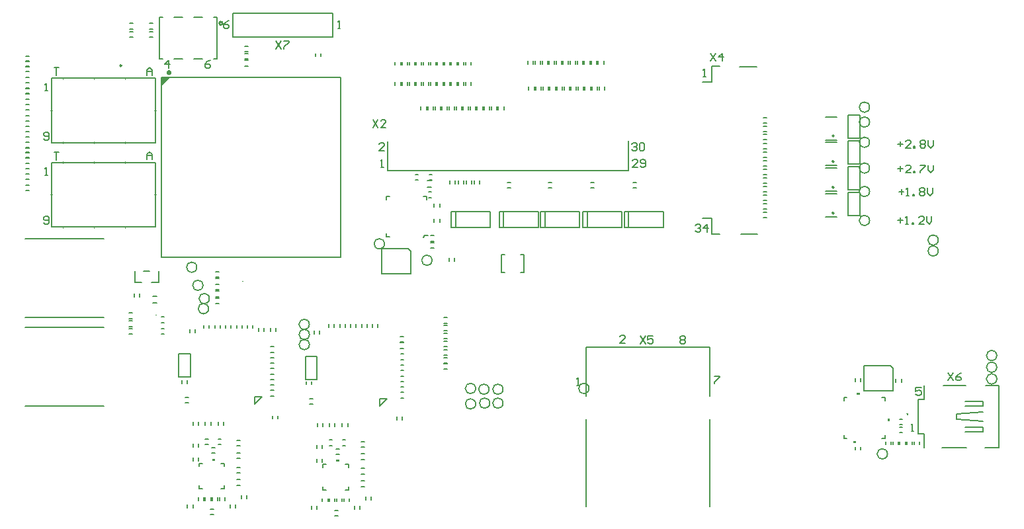
<source format=gto>
G04*
G04 #@! TF.GenerationSoftware,Altium Limited,Altium Designer,20.2.6 (244)*
G04*
G04 Layer_Color=65535*
%FSLAX23Y23*%
%MOIN*%
G70*
G04*
G04 #@! TF.SameCoordinates,73FAD0BF-AACC-46A3-90AC-D22ED7FD95C1*
G04*
G04*
G04 #@! TF.FilePolarity,Positive*
G04*
G01*
G75*
%ADD10C,0.003*%
%ADD11C,0.008*%
%ADD12C,0.010*%
%ADD13C,0.010*%
%ADD14C,0.006*%
%ADD15C,0.001*%
%ADD16C,0.006*%
G36*
X1615Y291D02*
Y301D01*
X1630D01*
Y291D01*
X1615D01*
D02*
G37*
G36*
X989Y297D02*
Y307D01*
X1004D01*
Y297D01*
X989D01*
D02*
G37*
G36*
X772Y2228D02*
X732Y2189D01*
Y2228D01*
X772D01*
D02*
G37*
G36*
X4234Y396D02*
X4219D01*
Y386D01*
X4234D01*
Y396D01*
D02*
G37*
G36*
X4392Y510D02*
X4402D01*
Y495D01*
X4392D01*
Y510D01*
D02*
G37*
G36*
X4253Y629D02*
X4238D01*
Y639D01*
X4253D01*
Y629D01*
D02*
G37*
D10*
X705Y1031D02*
G03*
X708Y1031I2J0D01*
G01*
X708Y1031D02*
G03*
X705Y1031I-2J0D01*
G01*
X1145Y1200D02*
G03*
X1142Y1200I-2J0D01*
G01*
X1142Y1200D02*
G03*
X1145Y1200I2J0D01*
G01*
D11*
X4302Y2004D02*
G03*
X4302Y2004I-26J0D01*
G01*
Y2079D02*
G03*
X4302Y2079I-26J0D01*
G01*
X4943Y709D02*
G03*
X4943Y709I-26J0D01*
G01*
X4491Y534D02*
G03*
X4491Y534I2J-2D01*
G01*
X4124Y1934D02*
G03*
X4124Y1934I-6J0D01*
G01*
X4124Y1675D02*
G03*
X4124Y1675I-6J0D01*
G01*
X4124Y1545D02*
G03*
X4124Y1545I-6J0D01*
G01*
X4124Y1805D02*
G03*
X4124Y1805I-6J0D01*
G01*
X2317Y583D02*
G03*
X2317Y583I-26J0D01*
G01*
X2455Y657D02*
G03*
X2455Y657I-26J0D01*
G01*
X2317Y661D02*
G03*
X2317Y661I-26J0D01*
G01*
X2888Y661D02*
G03*
X2888Y661I-26J0D01*
G01*
X2384Y657D02*
G03*
X2384Y657I-26J0D01*
G01*
X2388Y587D02*
G03*
X2388Y587I-26J0D01*
G01*
X2455Y587D02*
G03*
X2455Y587I-26J0D01*
G01*
X4302Y1902D02*
G03*
X4302Y1902I-26J0D01*
G01*
Y1772D02*
G03*
X4302Y1772I-26J0D01*
G01*
Y1654D02*
G03*
X4302Y1654I-26J0D01*
G01*
Y1508D02*
G03*
X4302Y1508I-26J0D01*
G01*
X912Y1272D02*
G03*
X912Y1272I-26J0D01*
G01*
X1479Y984D02*
G03*
X1479Y984I-26J0D01*
G01*
X1479Y933D02*
G03*
X1479Y933I-26J0D01*
G01*
X1479Y882D02*
G03*
X1479Y882I-26J0D01*
G01*
X943Y1181D02*
G03*
X943Y1181I-26J0D01*
G01*
X975Y1114D02*
G03*
X975Y1114I-26J0D01*
G01*
X971Y1063D02*
G03*
X971Y1063I-26J0D01*
G01*
X4392Y331D02*
G03*
X4392Y331I-26J0D01*
G01*
X4943Y827D02*
G03*
X4943Y827I-26J0D01*
G01*
Y768D02*
G03*
X4943Y768I-26J0D01*
G01*
X4648Y1354D02*
G03*
X4648Y1354I-26J0D01*
G01*
X2097Y1307D02*
G03*
X2097Y1307I-26J0D01*
G01*
X1857Y1390D02*
G03*
X1857Y1390I-26J0D01*
G01*
X4648Y1409D02*
G03*
X4648Y1409I-26J0D01*
G01*
X3647Y2284D02*
X3732D01*
X3652Y1439D02*
X3736D01*
X3461Y1519D02*
X3506D01*
Y1439D02*
Y1519D01*
Y1439D02*
X3546D01*
X3461Y2205D02*
X3506D01*
Y2285D01*
X3546D01*
X1598Y2433D02*
Y2551D01*
X1094Y2433D02*
X1598Y2433D01*
X1094Y2433D02*
Y2551D01*
X1598D01*
X2874Y870D02*
X3496D01*
X2874Y622D02*
Y870D01*
X3496Y622D02*
Y870D01*
X2874Y67D02*
Y507D01*
X3496Y67D02*
X3496Y507D01*
X4875Y441D02*
Y466D01*
X4785Y441D02*
X4875D01*
X4785Y466D02*
X4875D01*
X4785Y571D02*
X4875D01*
Y596D01*
X4785D02*
X4875D01*
X4740Y506D02*
X4875Y496D01*
X4740Y506D02*
Y531D01*
X4875Y541D01*
X4577Y605D02*
Y676D01*
X4672D02*
X4786D01*
X4884Y361D02*
X4953D01*
Y676D01*
X4888D02*
X4953D01*
X4668Y361D02*
X4790D01*
X4546Y605D02*
X4577D01*
X4546Y431D02*
Y605D01*
Y431D02*
X4577D01*
Y361D02*
Y431D01*
X3088Y1759D02*
Y1909D01*
X1875Y1759D02*
Y1907D01*
Y1759D02*
X3088D01*
X821Y720D02*
Y835D01*
Y720D02*
X880D01*
Y835D01*
X821D02*
X880D01*
X4411Y378D02*
Y394D01*
X4383Y378D02*
Y394D01*
X4462Y693D02*
Y709D01*
X4435Y693D02*
Y709D01*
X4272Y650D02*
X4420D01*
X4272D02*
Y776D01*
X4407D01*
X4420Y763D01*
Y650D02*
Y763D01*
X4258Y697D02*
Y713D01*
X4230Y697D02*
Y713D01*
X4452Y506D02*
X4468D01*
X4452Y479D02*
X4468D01*
X4081Y2030D02*
X4137D01*
X4081Y1914D02*
X4138D01*
X4081Y1771D02*
X4137D01*
X4081Y1655D02*
X4138D01*
X4081Y1641D02*
X4137D01*
X4081Y1525D02*
X4138D01*
X4081Y1901D02*
X4137D01*
X4081Y1785D02*
X4138D01*
X4195Y1533D02*
Y1648D01*
Y1533D02*
X4254D01*
Y1648D01*
X4195D02*
X4254D01*
X4195Y1778D02*
X4254D01*
Y1663D02*
Y1778D01*
X4195Y1663D02*
X4254D01*
X4195D02*
Y1778D01*
Y1908D02*
X4254D01*
Y1793D02*
Y1908D01*
X4195Y1793D02*
X4254D01*
X4195D02*
Y1908D01*
X3768Y2026D02*
X3783D01*
X3768Y1998D02*
X3783D01*
X4195Y2038D02*
X4254D01*
Y1923D02*
Y2038D01*
X4195Y1923D02*
X4254D01*
X4195D02*
Y2038D01*
X3768Y1522D02*
X3783D01*
X3768Y1549D02*
X3783D01*
X3768Y1608D02*
X3783D01*
X3768Y1636D02*
X3783D01*
X3768Y1722D02*
X3783D01*
X3768Y1695D02*
X3783D01*
X3768Y1652D02*
X3783D01*
X3768Y1679D02*
X3783D01*
X3768Y1738D02*
X3783D01*
X3768Y1766D02*
X3783D01*
X3768Y1781D02*
X3783D01*
X3768Y1809D02*
X3783D01*
X3768Y1852D02*
X3783D01*
X3768Y1825D02*
X3783D01*
X3768Y1868D02*
X3783D01*
X3768Y1896D02*
X3783D01*
X3768Y1915D02*
X3783D01*
X3768Y1943D02*
X3783D01*
X3768Y1593D02*
X3783D01*
X3768Y1565D02*
X3783D01*
X3768Y1982D02*
X3783D01*
X3768Y1955D02*
X3783D01*
X1008Y1152D02*
X1024D01*
X1008Y1124D02*
X1024D01*
X1008Y1215D02*
X1024D01*
X1008Y1187D02*
X1024D01*
X1008Y1250D02*
X1024D01*
X1008Y1222D02*
X1024D01*
X1008Y1187D02*
X1024D01*
X1008Y1159D02*
X1024D01*
X1008Y1116D02*
X1024D01*
X1008Y1089D02*
X1024D01*
X47Y970D02*
X445D01*
X47Y573D02*
X445D01*
X47Y1018D02*
X445D01*
X47Y1415D02*
X445D01*
X732Y1022D02*
X748D01*
X732Y994D02*
X748D01*
X732Y963D02*
X748D01*
X732Y935D02*
X748D01*
X2157Y758D02*
X2173D01*
X2157Y785D02*
X2173D01*
X2157Y789D02*
X2173D01*
X2157Y817D02*
X2173D01*
X2157Y856D02*
X2173D01*
X2157Y829D02*
X2173D01*
X2157Y872D02*
X2173D01*
X2157Y900D02*
X2173D01*
X2157Y911D02*
X2173D01*
X2157Y939D02*
X2173D01*
X2157Y951D02*
X2173D01*
X2157Y978D02*
X2173D01*
X2157Y1018D02*
X2173D01*
X2157Y990D02*
X2173D01*
X1285Y652D02*
X1301D01*
X1285Y624D02*
X1301D01*
X947Y965D02*
Y980D01*
X974Y965D02*
Y980D01*
X974Y965D02*
Y980D01*
X1002Y965D02*
Y980D01*
X854Y589D02*
X870D01*
X854Y616D02*
X870D01*
X1002Y965D02*
Y980D01*
X1030Y965D02*
Y980D01*
X1030Y965D02*
Y980D01*
X1057Y965D02*
Y980D01*
Y965D02*
Y980D01*
X1085Y965D02*
Y980D01*
X1085Y965D02*
Y980D01*
X1112Y965D02*
Y980D01*
X1020Y380D02*
X1035D01*
X1020Y407D02*
X1035D01*
X953D02*
X969D01*
X953Y380D02*
X969D01*
X919Y295D02*
Y311D01*
X892Y295D02*
Y311D01*
X1112Y965D02*
Y980D01*
X1140Y965D02*
Y980D01*
Y965D02*
Y980D01*
X1167Y965D02*
Y980D01*
X1167Y965D02*
Y980D01*
X1195Y965D02*
Y980D01*
X1285Y872D02*
X1301D01*
X1285Y844D02*
X1301D01*
X1026Y96D02*
Y112D01*
X1053Y96D02*
Y112D01*
X1285Y844D02*
X1301D01*
X1285Y817D02*
X1301D01*
X990Y96D02*
Y112D01*
X1018Y96D02*
Y112D01*
X1285Y817D02*
X1301D01*
X1285Y789D02*
X1301D01*
X955Y96D02*
Y112D01*
X982Y96D02*
Y112D01*
X1285Y789D02*
X1301D01*
X1285Y762D02*
X1301D01*
X919Y96D02*
Y112D01*
X947Y96D02*
Y112D01*
X980Y26D02*
X996D01*
X980Y53D02*
X996D01*
X1285Y762D02*
X1301D01*
X1285Y734D02*
X1301D01*
X1285Y734D02*
X1301D01*
X1285Y707D02*
X1301D01*
X1285D02*
X1301D01*
X1285Y679D02*
X1301D01*
X1285D02*
X1301D01*
X1285Y652D02*
X1301D01*
X919Y366D02*
Y382D01*
X892Y366D02*
Y382D01*
X1202Y619D02*
X1239D01*
X1202Y582D02*
X1239Y619D01*
X1202Y582D02*
Y619D01*
X1293Y508D02*
Y524D01*
X1321Y508D02*
Y524D01*
X1164Y106D02*
Y122D01*
X1137Y106D02*
Y122D01*
X893Y476D02*
Y492D01*
X920Y476D02*
Y492D01*
X865Y687D02*
Y702D01*
X837Y687D02*
Y702D01*
X1115Y337D02*
X1131D01*
X1115Y309D02*
X1131D01*
X1114Y201D02*
X1130D01*
X1114Y173D02*
X1130D01*
X1114Y264D02*
X1130D01*
X1114Y236D02*
X1130D01*
X1108Y59D02*
Y75D01*
X1081Y59D02*
Y75D01*
X1046Y476D02*
Y492D01*
X1019Y476D02*
Y492D01*
X988Y335D02*
X1004D01*
X988Y362D02*
X1004D01*
X892Y59D02*
Y75D01*
X864Y59D02*
Y75D01*
X982Y476D02*
Y492D01*
X955Y476D02*
Y492D01*
X1282Y949D02*
Y965D01*
X1310Y949D02*
Y965D01*
X1222Y949D02*
Y965D01*
X1250Y949D02*
Y965D01*
X876Y943D02*
Y959D01*
X904Y943D02*
Y959D01*
X1115Y400D02*
X1131D01*
X1115Y372D02*
X1131D01*
X1939Y642D02*
X1955D01*
X1939Y669D02*
X1955D01*
X1939Y614D02*
X1955D01*
X1939Y642D02*
X1955D01*
X1939Y697D02*
X1955D01*
X1939Y724D02*
X1955D01*
X1939D02*
X1955D01*
X1939Y752D02*
X1955D01*
X1939Y780D02*
X1955D01*
X1939Y807D02*
X1955D01*
X1939Y807D02*
X1955D01*
X1939Y835D02*
X1955D01*
X1939Y669D02*
X1955D01*
X1939Y697D02*
X1955D01*
X1939Y752D02*
X1955D01*
X1939Y780D02*
X1955D01*
X1939Y835D02*
X1955D01*
X1939Y862D02*
X1955D01*
X1604Y970D02*
Y986D01*
X1577Y970D02*
Y986D01*
X1632Y970D02*
Y986D01*
X1604Y970D02*
Y986D01*
X1480Y610D02*
X1496D01*
X1480Y583D02*
X1496D01*
X1659Y970D02*
Y986D01*
X1632Y970D02*
Y986D01*
X1687Y970D02*
Y986D01*
X1659Y970D02*
Y986D01*
X1833Y609D02*
X1870D01*
X1833Y572D02*
X1870Y609D01*
X1833Y572D02*
Y609D01*
X1715Y970D02*
Y986D01*
X1687Y970D02*
Y986D01*
X1742Y970D02*
Y986D01*
X1715Y970D02*
Y986D01*
X1646Y374D02*
X1661D01*
X1646Y402D02*
X1661D01*
X1579Y402D02*
X1594D01*
X1579Y374D02*
X1594D01*
X1518Y289D02*
Y305D01*
X1545Y289D02*
Y305D01*
X1770Y970D02*
Y986D01*
X1742Y970D02*
Y986D01*
X1797Y970D02*
Y986D01*
X1770Y970D02*
Y986D01*
X1825Y970D02*
Y986D01*
X1797Y970D02*
Y986D01*
X1679Y91D02*
Y106D01*
X1652Y91D02*
Y106D01*
X1644Y91D02*
Y106D01*
X1616Y91D02*
Y106D01*
X1608Y91D02*
Y106D01*
X1581Y91D02*
Y106D01*
X1573Y91D02*
Y106D01*
X1545Y91D02*
Y106D01*
X1606Y47D02*
X1622D01*
X1606Y20D02*
X1622D01*
X1518Y360D02*
Y376D01*
X1545Y360D02*
Y376D01*
X1947Y502D02*
Y518D01*
X1919Y502D02*
Y518D01*
X1763Y100D02*
Y116D01*
X1790Y100D02*
Y116D01*
X1519Y470D02*
Y486D01*
X1546Y470D02*
Y486D01*
X1459Y706D02*
Y821D01*
Y706D02*
X1518D01*
Y821D01*
X1459D02*
X1518D01*
X1491Y681D02*
Y696D01*
X1463Y681D02*
Y696D01*
X1741Y331D02*
X1757D01*
X1741Y303D02*
X1757D01*
X1740Y195D02*
X1756D01*
X1740Y167D02*
X1756D01*
X1740Y258D02*
X1756D01*
X1740Y230D02*
X1756D01*
X1734Y53D02*
Y69D01*
X1707Y53D02*
Y69D01*
X1672Y470D02*
Y486D01*
X1645Y470D02*
Y486D01*
X1614Y356D02*
X1630D01*
X1614Y329D02*
X1630D01*
X1518Y53D02*
Y69D01*
X1490Y53D02*
Y69D01*
X1608Y470D02*
Y486D01*
X1581Y470D02*
Y486D01*
X1937Y892D02*
X1953D01*
X1937Y864D02*
X1953D01*
X1937Y923D02*
X1953D01*
X1937Y896D02*
X1953D01*
X1502Y937D02*
Y953D01*
X1530Y937D02*
Y953D01*
X1741Y394D02*
X1757D01*
X1741Y366D02*
X1757D01*
X1154Y2315D02*
X1169D01*
X1154Y2287D02*
X1169D01*
X2904Y2165D02*
Y2181D01*
X2931Y2165D02*
Y2181D01*
X2833Y2165D02*
Y2181D01*
X2860Y2165D02*
Y2181D01*
X2585Y2165D02*
Y2181D01*
X2612Y2165D02*
Y2181D01*
X2868Y2165D02*
Y2181D01*
X2896Y2165D02*
Y2181D01*
X2939Y2165D02*
Y2181D01*
X2967Y2165D02*
Y2181D01*
X2762Y2165D02*
Y2181D01*
X2789Y2165D02*
Y2181D01*
X2620Y2165D02*
Y2181D01*
X2648Y2165D02*
Y2181D01*
X2691Y2165D02*
Y2181D01*
X2719Y2165D02*
Y2181D01*
X2797Y2165D02*
Y2181D01*
X2825Y2165D02*
Y2181D01*
X2656Y2165D02*
Y2181D01*
X2683Y2165D02*
Y2181D01*
X2726Y2165D02*
Y2181D01*
X2754Y2165D02*
Y2181D01*
X2112Y2067D02*
Y2083D01*
X2140Y2067D02*
Y2083D01*
X2041Y2067D02*
Y2083D01*
X2069Y2067D02*
Y2083D01*
X2289Y2067D02*
Y2083D01*
X2317Y2067D02*
Y2083D01*
X2254Y2067D02*
Y2083D01*
X2281Y2067D02*
Y2083D01*
X2148Y2067D02*
Y2083D01*
X2175Y2067D02*
Y2083D01*
X2431Y2067D02*
Y2083D01*
X2459Y2067D02*
Y2083D01*
X2183Y2067D02*
Y2083D01*
X2211Y2067D02*
Y2083D01*
X2396Y2067D02*
Y2083D01*
X2423Y2067D02*
Y2083D01*
X2325Y2067D02*
Y2083D01*
X2352Y2067D02*
Y2083D01*
X2219Y2067D02*
Y2083D01*
X2246Y2067D02*
Y2083D01*
X2360Y2067D02*
Y2083D01*
X2388Y2067D02*
Y2083D01*
X2077Y2067D02*
Y2083D01*
X2104Y2067D02*
Y2083D01*
X2687Y2295D02*
Y2311D01*
X2715Y2295D02*
Y2311D01*
X2900Y2295D02*
Y2311D01*
X2927Y2295D02*
Y2311D01*
X2616Y2295D02*
Y2311D01*
X2644Y2295D02*
Y2311D01*
X2722Y2295D02*
Y2311D01*
X2750Y2295D02*
Y2311D01*
X2935Y2295D02*
Y2311D01*
X2963Y2295D02*
Y2311D01*
X2652Y2295D02*
Y2311D01*
X2679Y2295D02*
Y2311D01*
X2758Y2295D02*
Y2311D01*
X2785Y2295D02*
Y2311D01*
X2793Y2295D02*
Y2311D01*
X2821Y2295D02*
Y2311D01*
X2829Y2295D02*
Y2311D01*
X2856Y2295D02*
Y2311D01*
X2864Y2295D02*
Y2311D01*
X2892Y2295D02*
Y2311D01*
X2581Y2295D02*
Y2311D01*
X2608Y2295D02*
Y2311D01*
X1154Y2358D02*
X1169D01*
X1154Y2386D02*
X1169D01*
X2266Y2189D02*
Y2205D01*
X2293Y2189D02*
Y2205D01*
X2018Y2189D02*
Y2205D01*
X2045Y2189D02*
Y2205D01*
X2159Y2189D02*
Y2205D01*
X2187Y2189D02*
Y2205D01*
X2195Y2189D02*
Y2205D01*
X2222Y2189D02*
Y2205D01*
X2230Y2189D02*
Y2205D01*
X2258Y2189D02*
Y2205D01*
X2124Y2189D02*
Y2205D01*
X2152Y2189D02*
Y2205D01*
X2089Y2189D02*
Y2205D01*
X2116Y2189D02*
Y2205D01*
X1982Y2189D02*
Y2205D01*
X2010Y2189D02*
Y2205D01*
X2053Y2189D02*
Y2205D01*
X2081Y2189D02*
Y2205D01*
X1947Y2189D02*
Y2205D01*
X1974Y2189D02*
Y2205D01*
X1911Y2189D02*
Y2205D01*
X1939Y2189D02*
Y2205D01*
X2018Y2291D02*
Y2307D01*
X2045Y2291D02*
Y2307D01*
X2230Y2291D02*
Y2307D01*
X2258Y2291D02*
Y2307D01*
X2159Y2291D02*
Y2307D01*
X2187Y2291D02*
Y2307D01*
X2124Y2291D02*
Y2307D01*
X2152Y2291D02*
Y2307D01*
X1982Y2291D02*
Y2307D01*
X2010Y2291D02*
Y2307D01*
X1947Y2291D02*
Y2307D01*
X1974Y2291D02*
Y2307D01*
X1911Y2291D02*
Y2307D01*
X1939Y2291D02*
Y2307D01*
X2053Y2291D02*
Y2307D01*
X2081Y2291D02*
Y2307D01*
X2089Y2291D02*
Y2307D01*
X2116Y2291D02*
Y2307D01*
X2195Y2291D02*
Y2307D01*
X2222Y2291D02*
Y2307D01*
X2266Y2291D02*
Y2307D01*
X2293Y2291D02*
Y2307D01*
X1154Y2350D02*
X1169D01*
X1154Y2323D02*
X1169D01*
X2216Y1472D02*
Y1551D01*
X2194Y1472D02*
X2391D01*
X2194Y1551D02*
X2391D01*
X2194Y1472D02*
Y1551D01*
X2391Y1472D02*
Y1551D01*
X2215Y1693D02*
Y1709D01*
X2187Y1693D02*
Y1709D01*
X2337Y1693D02*
Y1709D01*
X2309Y1693D02*
Y1709D01*
X2230Y1693D02*
Y1709D01*
X2258Y1693D02*
Y1709D01*
X2270Y1693D02*
Y1709D01*
X2297Y1693D02*
Y1709D01*
X2211Y1303D02*
Y1319D01*
X2183Y1303D02*
Y1319D01*
X2458Y1472D02*
Y1551D01*
X2436Y1472D02*
X2632D01*
X2436Y1551D02*
X2632D01*
X2436Y1472D02*
Y1551D01*
X2632Y1472D02*
Y1551D01*
X1843Y1240D02*
X1991D01*
X1843D02*
Y1366D01*
X1978D01*
X1991Y1353D01*
Y1240D02*
Y1353D01*
X2091Y1404D02*
X2106D01*
X2091Y1431D02*
X2106D01*
X2091Y1396D02*
X2106D01*
X2091Y1368D02*
X2106D01*
X1866Y1614D02*
Y1630D01*
X1882D01*
X2053Y1423D02*
X2061Y1431D01*
X2077D01*
X1866Y1425D02*
Y1441D01*
Y1425D02*
X1882D01*
X2055Y1630D02*
X2071D01*
Y1614D02*
Y1630D01*
X732Y2189D02*
X772Y2228D01*
X732Y1323D02*
Y2228D01*
X1638Y1323D02*
Y2228D01*
X732D02*
X1638D01*
X732Y1323D02*
X1638D01*
X575Y2474D02*
X591D01*
X575Y2502D02*
X591D01*
X673Y2431D02*
X689D01*
X673Y2459D02*
X689D01*
X596Y1122D02*
Y1138D01*
X624Y1122D02*
Y1138D01*
X691Y1126D02*
X711D01*
X691Y1094D02*
X711D01*
X51Y1687D02*
X67D01*
X51Y1715D02*
X67D01*
X51Y2310D02*
X67D01*
X51Y2337D02*
X67D01*
X575Y2459D02*
X591D01*
X575Y2431D02*
X591D01*
X51Y2037D02*
X67D01*
X51Y2010D02*
X67D01*
X51Y1982D02*
X67D01*
X51Y2010D02*
X67D01*
X51Y1955D02*
X67D01*
X51Y1982D02*
X67D01*
X51Y2284D02*
X67D01*
X51Y2312D02*
X67D01*
X51Y2037D02*
X67D01*
X51Y2065D02*
X67D01*
X51Y1742D02*
X67D01*
X51Y1770D02*
X67D01*
X51Y2285D02*
X67D01*
X51Y2258D02*
X67D01*
X51Y1902D02*
X67D01*
X51Y1874D02*
X67D01*
X51Y2120D02*
X67D01*
X51Y2148D02*
X67D01*
X51Y1928D02*
X67D01*
X51Y1955D02*
X67D01*
X51Y1848D02*
X67D01*
X51Y1876D02*
X67D01*
X673Y2474D02*
X689D01*
X673Y2502D02*
X689D01*
X599Y1196D02*
Y1252D01*
X719Y1196D02*
Y1252D01*
X683Y1196D02*
X719D01*
X599D02*
X635D01*
X645Y1254D02*
X674D01*
X51Y1715D02*
X67D01*
X51Y1742D02*
X67D01*
X51Y2146D02*
X67D01*
X51Y2174D02*
X67D01*
X51Y1824D02*
X67D01*
X51Y1851D02*
X67D01*
X51Y2175D02*
X67D01*
X51Y2203D02*
X67D01*
X51Y1659D02*
X67D01*
X51Y1687D02*
X67D01*
X51Y1797D02*
X67D01*
X51Y1825D02*
X67D01*
X51Y2230D02*
X67D01*
X51Y2203D02*
X67D01*
X51Y1797D02*
X67D01*
X51Y1770D02*
X67D01*
X51Y2230D02*
X67D01*
X51Y2258D02*
X67D01*
X51Y2093D02*
X67D01*
X51Y2120D02*
X67D01*
X51Y1901D02*
X67D01*
X51Y1928D02*
X67D01*
X51Y2065D02*
X67D01*
X51Y2093D02*
X67D01*
X3110Y1671D02*
X3126D01*
X3110Y1699D02*
X3126D01*
X2685Y1671D02*
X2701D01*
X2685Y1699D02*
X2701D01*
X3262Y1472D02*
Y1551D01*
X3066Y1472D02*
Y1551D01*
X3262D01*
X3066Y1472D02*
X3262D01*
X3088D02*
Y1551D01*
X2841Y1472D02*
Y1551D01*
X2644Y1472D02*
Y1551D01*
X2841D01*
X2644Y1472D02*
X2841D01*
X2666D02*
Y1551D01*
X2898Y1671D02*
X2913D01*
X2898Y1699D02*
X2913D01*
X2476Y1671D02*
X2492D01*
X2476Y1699D02*
X2492D01*
X3054Y1472D02*
Y1551D01*
X2857Y1472D02*
Y1551D01*
X3054D01*
X2857Y1472D02*
X3054D01*
X2879D02*
Y1551D01*
X571Y963D02*
X587D01*
X571Y935D02*
X587D01*
X571Y1002D02*
X587D01*
X571Y974D02*
X587D01*
X571Y1041D02*
X587D01*
X571Y1014D02*
X587D01*
X4490Y378D02*
Y394D01*
X4517Y378D02*
Y394D01*
X4526Y378D02*
Y394D01*
X4553Y378D02*
Y394D01*
X4419Y378D02*
Y394D01*
X4446Y378D02*
Y394D01*
X2012Y1738D02*
X2028D01*
X2012Y1711D02*
X2028D01*
X2545Y1336D02*
X2561D01*
Y1246D02*
Y1336D01*
X2545Y1246D02*
X2561D01*
X2447Y1336D02*
X2463D01*
X2447Y1246D02*
Y1336D01*
Y1246D02*
X2463D01*
X1537Y2335D02*
Y2350D01*
X1510Y2335D02*
Y2350D01*
X2073Y1709D02*
X2093D01*
X2073Y1677D02*
X2093D01*
X2108Y1500D02*
Y1516D01*
X2136Y1500D02*
Y1516D01*
X2079Y1624D02*
X2094D01*
X2079Y1652D02*
X2094D01*
X2136Y1575D02*
Y1591D01*
X2108Y1575D02*
Y1591D01*
X2083Y1738D02*
X2098D01*
X2083Y1711D02*
X2098D01*
X4258Y351D02*
Y366D01*
X4230Y351D02*
Y366D01*
X4452Y439D02*
X4468D01*
X4452Y467D02*
X4468D01*
X4482Y378D02*
Y394D01*
X4454Y378D02*
Y394D01*
D12*
X780Y2253D02*
G03*
X780Y2253I-8J0D01*
G01*
X1041Y2502D02*
G03*
X1041Y2502I-8J0D01*
G01*
D13*
X533Y2289D02*
G03*
X533Y2289I-4J0D01*
G01*
D14*
X4172Y616D02*
X4188D01*
X4172Y409D02*
X4188D01*
X4379D02*
Y425D01*
X4362Y616D02*
X4379D01*
X4172Y599D02*
Y616D01*
Y409D02*
Y425D01*
X4362Y409D02*
X4379D01*
Y599D02*
Y616D01*
X922Y284D02*
X939D01*
X1050Y268D02*
Y284D01*
X1034Y156D02*
X1050D01*
X922D02*
X939D01*
X922Y268D02*
Y284D01*
X1034D02*
X1050D01*
Y156D02*
Y173D01*
X922Y156D02*
Y173D01*
X1548Y150D02*
Y167D01*
X1676Y150D02*
Y167D01*
X1660Y278D02*
X1676D01*
X1548Y262D02*
Y278D01*
Y150D02*
X1565D01*
X1660D02*
X1676D01*
Y262D02*
Y278D01*
X1548D02*
X1565D01*
X180Y1475D02*
Y1800D01*
Y1475D02*
X702D01*
Y1800D01*
X180D02*
X702D01*
X180Y2225D02*
X702D01*
Y1900D02*
Y2225D01*
X180Y1900D02*
X702D01*
X180D02*
Y2225D01*
X997Y2322D02*
X1014D01*
X724D02*
Y2533D01*
Y2322D02*
X741D01*
X1014D02*
Y2533D01*
X997D02*
X1014D01*
X897D02*
X941D01*
X797D02*
X841D01*
X724D02*
X741D01*
X797Y2322D02*
X841D01*
X897D02*
X941D01*
D15*
X551Y1795D02*
Y1805D01*
Y1470D02*
Y1480D01*
X394Y1795D02*
Y1805D01*
Y1470D02*
Y1480D01*
X236Y1795D02*
Y1805D01*
Y1470D02*
Y1480D01*
X697Y1638D02*
X707D01*
X175D02*
X185D01*
X175Y2063D02*
X185D01*
X697D02*
X707D01*
X236Y1895D02*
Y1905D01*
Y2220D02*
Y2230D01*
X394Y1895D02*
Y1905D01*
Y2220D02*
Y2230D01*
X551Y1895D02*
Y1905D01*
Y2220D02*
Y2230D01*
D16*
X3500Y2350D02*
X3526Y2311D01*
Y2350D02*
X3500Y2311D01*
X3559D02*
Y2350D01*
X3539Y2331D01*
X3566D01*
X3425Y1482D02*
X3432Y1488D01*
X3445D01*
X3451Y1482D01*
Y1475D01*
X3445Y1468D01*
X3438D01*
X3445D01*
X3451Y1462D01*
Y1455D01*
X3445Y1449D01*
X3432D01*
X3425Y1455D01*
X3484Y1449D02*
Y1488D01*
X3465Y1468D01*
X3491D01*
X3465Y2232D02*
X3478D01*
X3471D01*
Y2272D01*
X3465Y2265D01*
X1073Y2516D02*
X1060Y2509D01*
X1047Y2496D01*
Y2483D01*
X1054Y2476D01*
X1067D01*
X1073Y2483D01*
Y2489D01*
X1067Y2496D01*
X1047D01*
X1622Y2476D02*
X1635D01*
X1629D01*
Y2516D01*
X1622Y2509D01*
X1311Y2413D02*
X1337Y2374D01*
Y2413D02*
X1311Y2374D01*
X1350Y2413D02*
X1377D01*
Y2407D01*
X1350Y2381D01*
Y2374D01*
X3346Y919D02*
X3353Y925D01*
X3366D01*
X3373Y919D01*
Y912D01*
X3366Y906D01*
X3373Y899D01*
Y892D01*
X3366Y886D01*
X3353D01*
X3346Y892D01*
Y899D01*
X3353Y906D01*
X3346Y912D01*
Y919D01*
X3353Y906D02*
X3366D01*
X3520Y724D02*
X3546D01*
Y718D01*
X3520Y692D01*
Y685D01*
X2826Y677D02*
X2839D01*
X2833D01*
Y716D01*
X2826Y710D01*
X3070Y890D02*
X3043D01*
X3070Y916D01*
Y923D01*
X3063Y929D01*
X3050D01*
X3043Y923D01*
X3146Y925D02*
X3172Y886D01*
Y925D02*
X3146Y886D01*
X3211Y925D02*
X3185D01*
Y906D01*
X3198Y912D01*
X3205D01*
X3211Y906D01*
Y892D01*
X3205Y886D01*
X3192D01*
X3185Y892D01*
X4697Y740D02*
X4723Y701D01*
Y740D02*
X4697Y701D01*
X4762Y740D02*
X4749Y734D01*
X4736Y720D01*
Y707D01*
X4743Y701D01*
X4756D01*
X4762Y707D01*
Y714D01*
X4756Y720D01*
X4736D01*
X4562Y665D02*
X4535D01*
Y646D01*
X4549Y652D01*
X4555D01*
X4562Y646D01*
Y633D01*
X4555Y626D01*
X4542D01*
X4535Y633D01*
X4512Y445D02*
X4525D01*
X4518D01*
Y484D01*
X4512Y478D01*
X1799Y2016D02*
X1825Y1976D01*
Y2016D02*
X1799Y1976D01*
X1865D02*
X1839D01*
X1865Y2003D01*
Y2009D01*
X1858Y2016D01*
X1845D01*
X1839Y2009D01*
X1857Y1858D02*
X1831D01*
X1857Y1885D01*
Y1891D01*
X1850Y1898D01*
X1837D01*
X1831Y1891D01*
X3102D02*
X3109Y1898D01*
X3122D01*
X3129Y1891D01*
Y1885D01*
X3122Y1878D01*
X3115D01*
X3122D01*
X3129Y1871D01*
Y1865D01*
X3122Y1858D01*
X3109D01*
X3102Y1865D01*
X3142Y1891D02*
X3148Y1898D01*
X3161D01*
X3168Y1891D01*
Y1865D01*
X3161Y1858D01*
X3148D01*
X3142Y1865D01*
Y1891D01*
X1839Y1776D02*
X1852D01*
X1845D01*
Y1815D01*
X1839Y1808D01*
X3133Y1776D02*
X3106D01*
X3133Y1802D01*
Y1808D01*
X3126Y1815D01*
X3113D01*
X3106Y1808D01*
X3146Y1782D02*
X3152Y1776D01*
X3165D01*
X3172Y1782D01*
Y1808D01*
X3165Y1815D01*
X3152D01*
X3146Y1808D01*
Y1802D01*
X3152Y1795D01*
X3172D01*
X4445Y1894D02*
X4471D01*
X4458Y1907D02*
Y1881D01*
X4510Y1874D02*
X4484D01*
X4510Y1900D01*
Y1907D01*
X4504Y1913D01*
X4491D01*
X4484Y1907D01*
X4524Y1874D02*
Y1881D01*
X4530D01*
Y1874D01*
X4524D01*
X4556Y1907D02*
X4563Y1913D01*
X4576D01*
X4583Y1907D01*
Y1900D01*
X4576Y1894D01*
X4583Y1887D01*
Y1881D01*
X4576Y1874D01*
X4563D01*
X4556Y1881D01*
Y1887D01*
X4563Y1894D01*
X4556Y1900D01*
Y1907D01*
X4563Y1894D02*
X4576D01*
X4596Y1913D02*
Y1887D01*
X4609Y1874D01*
X4622Y1887D01*
Y1913D01*
X4445Y1768D02*
X4471D01*
X4458Y1781D02*
Y1755D01*
X4510Y1748D02*
X4484D01*
X4510Y1774D01*
Y1781D01*
X4504Y1787D01*
X4491D01*
X4484Y1781D01*
X4524Y1748D02*
Y1755D01*
X4530D01*
Y1748D01*
X4524D01*
X4556Y1787D02*
X4583D01*
Y1781D01*
X4556Y1755D01*
Y1748D01*
X4596Y1787D02*
Y1761D01*
X4609Y1748D01*
X4622Y1761D01*
Y1787D01*
X4449Y1654D02*
X4475D01*
X4462Y1667D02*
Y1640D01*
X4488Y1634D02*
X4501D01*
X4495D01*
Y1673D01*
X4488Y1667D01*
X4521Y1634D02*
Y1640D01*
X4528D01*
Y1634D01*
X4521D01*
X4554Y1667D02*
X4560Y1673D01*
X4573D01*
X4580Y1667D01*
Y1660D01*
X4573Y1654D01*
X4580Y1647D01*
Y1640D01*
X4573Y1634D01*
X4560D01*
X4554Y1640D01*
Y1647D01*
X4560Y1654D01*
X4554Y1660D01*
Y1667D01*
X4560Y1654D02*
X4573D01*
X4593Y1673D02*
Y1647D01*
X4606Y1634D01*
X4619Y1647D01*
Y1673D01*
X4445Y1508D02*
X4471D01*
X4458Y1521D02*
Y1495D01*
X4484Y1488D02*
X4497D01*
X4491D01*
Y1528D01*
X4484Y1521D01*
X4517Y1488D02*
Y1495D01*
X4524D01*
Y1488D01*
X4517D01*
X4576D02*
X4550D01*
X4576Y1514D01*
Y1521D01*
X4570Y1528D01*
X4556D01*
X4550Y1521D01*
X4589Y1528D02*
Y1501D01*
X4602Y1488D01*
X4615Y1501D01*
Y1528D01*
X192Y1852D02*
X218D01*
X205D01*
Y1813D01*
X661Y1815D02*
Y1841D01*
X675Y1854D01*
X688Y1841D01*
Y1815D01*
Y1835D01*
X661D01*
X147Y1736D02*
X160D01*
X154D01*
Y1775D01*
X147Y1769D01*
X140Y1495D02*
X146Y1488D01*
X159D01*
X166Y1495D01*
Y1521D01*
X159Y1528D01*
X146D01*
X140Y1521D01*
Y1514D01*
X146Y1508D01*
X166D01*
X140Y1920D02*
X146Y1913D01*
X159D01*
X166Y1920D01*
Y1946D01*
X159Y1953D01*
X146D01*
X140Y1946D01*
Y1940D01*
X146Y1933D01*
X166D01*
X147Y2161D02*
X160D01*
X154D01*
Y2200D01*
X147Y2194D01*
X661Y2240D02*
Y2266D01*
X675Y2280D01*
X688Y2266D01*
Y2240D01*
Y2260D01*
X661D01*
X192Y2278D02*
X218D01*
X205D01*
Y2238D01*
X979Y2316D02*
X965Y2310D01*
X952Y2296D01*
Y2283D01*
X959Y2277D01*
X972D01*
X979Y2283D01*
Y2290D01*
X972Y2296D01*
X952D01*
X770Y2276D02*
Y2315D01*
X751Y2295D01*
X777D01*
M02*

</source>
